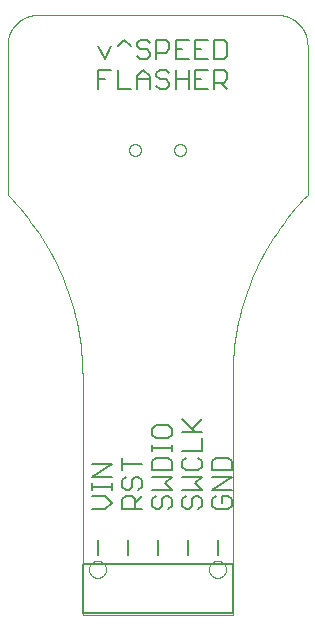
<source format=gto>
G75*
%MOIN*%
%OFA0B0*%
%FSLAX25Y25*%
%IPPOS*%
%LPD*%
%AMOC8*
5,1,8,0,0,1.08239X$1,22.5*
%
%ADD10C,0.00000*%
%ADD11C,0.00600*%
%ADD12C,0.00500*%
D10*
X0026000Y0001000D02*
X0026000Y0080645D01*
X0025976Y0082676D01*
X0025903Y0084706D01*
X0025783Y0086734D01*
X0025614Y0088759D01*
X0025396Y0090778D01*
X0025131Y0092792D01*
X0024818Y0094799D01*
X0024458Y0096799D01*
X0024049Y0098789D01*
X0023594Y0100768D01*
X0023092Y0102736D01*
X0022543Y0104692D01*
X0021947Y0106634D01*
X0021306Y0108562D01*
X0020618Y0110474D01*
X0019886Y0112368D01*
X0019108Y0114245D01*
X0018287Y0116103D01*
X0017421Y0117940D01*
X0016512Y0119757D01*
X0015559Y0121551D01*
X0014565Y0123322D01*
X0013528Y0125070D01*
X0012450Y0126791D01*
X0011332Y0128487D01*
X0010173Y0130156D01*
X0008975Y0131796D01*
X0007739Y0133408D01*
X0006464Y0134990D01*
X0005152Y0136541D01*
X0003804Y0138060D01*
X0002419Y0139547D01*
X0001000Y0141000D01*
X0001000Y0191000D01*
X0001003Y0191242D01*
X0001012Y0191483D01*
X0001026Y0191724D01*
X0001047Y0191965D01*
X0001073Y0192205D01*
X0001105Y0192445D01*
X0001143Y0192684D01*
X0001186Y0192921D01*
X0001236Y0193158D01*
X0001291Y0193393D01*
X0001351Y0193627D01*
X0001418Y0193859D01*
X0001489Y0194090D01*
X0001567Y0194319D01*
X0001650Y0194546D01*
X0001738Y0194771D01*
X0001832Y0194994D01*
X0001931Y0195214D01*
X0002036Y0195432D01*
X0002145Y0195647D01*
X0002260Y0195860D01*
X0002380Y0196070D01*
X0002505Y0196276D01*
X0002635Y0196480D01*
X0002770Y0196681D01*
X0002910Y0196878D01*
X0003054Y0197072D01*
X0003203Y0197262D01*
X0003357Y0197448D01*
X0003515Y0197631D01*
X0003677Y0197810D01*
X0003844Y0197985D01*
X0004015Y0198156D01*
X0004190Y0198323D01*
X0004369Y0198485D01*
X0004552Y0198643D01*
X0004738Y0198797D01*
X0004928Y0198946D01*
X0005122Y0199090D01*
X0005319Y0199230D01*
X0005520Y0199365D01*
X0005724Y0199495D01*
X0005930Y0199620D01*
X0006140Y0199740D01*
X0006353Y0199855D01*
X0006568Y0199964D01*
X0006786Y0200069D01*
X0007006Y0200168D01*
X0007229Y0200262D01*
X0007454Y0200350D01*
X0007681Y0200433D01*
X0007910Y0200511D01*
X0008141Y0200582D01*
X0008373Y0200649D01*
X0008607Y0200709D01*
X0008842Y0200764D01*
X0009079Y0200814D01*
X0009316Y0200857D01*
X0009555Y0200895D01*
X0009795Y0200927D01*
X0010035Y0200953D01*
X0010276Y0200974D01*
X0010517Y0200988D01*
X0010758Y0200997D01*
X0011000Y0201000D01*
X0091000Y0201000D01*
X0091242Y0200997D01*
X0091483Y0200988D01*
X0091724Y0200974D01*
X0091965Y0200953D01*
X0092205Y0200927D01*
X0092445Y0200895D01*
X0092684Y0200857D01*
X0092921Y0200814D01*
X0093158Y0200764D01*
X0093393Y0200709D01*
X0093627Y0200649D01*
X0093859Y0200582D01*
X0094090Y0200511D01*
X0094319Y0200433D01*
X0094546Y0200350D01*
X0094771Y0200262D01*
X0094994Y0200168D01*
X0095214Y0200069D01*
X0095432Y0199964D01*
X0095647Y0199855D01*
X0095860Y0199740D01*
X0096070Y0199620D01*
X0096276Y0199495D01*
X0096480Y0199365D01*
X0096681Y0199230D01*
X0096878Y0199090D01*
X0097072Y0198946D01*
X0097262Y0198797D01*
X0097448Y0198643D01*
X0097631Y0198485D01*
X0097810Y0198323D01*
X0097985Y0198156D01*
X0098156Y0197985D01*
X0098323Y0197810D01*
X0098485Y0197631D01*
X0098643Y0197448D01*
X0098797Y0197262D01*
X0098946Y0197072D01*
X0099090Y0196878D01*
X0099230Y0196681D01*
X0099365Y0196480D01*
X0099495Y0196276D01*
X0099620Y0196070D01*
X0099740Y0195860D01*
X0099855Y0195647D01*
X0099964Y0195432D01*
X0100069Y0195214D01*
X0100168Y0194994D01*
X0100262Y0194771D01*
X0100350Y0194546D01*
X0100433Y0194319D01*
X0100511Y0194090D01*
X0100582Y0193859D01*
X0100649Y0193627D01*
X0100709Y0193393D01*
X0100764Y0193158D01*
X0100814Y0192921D01*
X0100857Y0192684D01*
X0100895Y0192445D01*
X0100927Y0192205D01*
X0100953Y0191965D01*
X0100974Y0191724D01*
X0100988Y0191483D01*
X0100997Y0191242D01*
X0101000Y0191000D01*
X0101000Y0141000D01*
X0076000Y0080645D02*
X0076000Y0001000D01*
X0026000Y0001000D01*
X0028146Y0016197D02*
X0028148Y0016304D01*
X0028154Y0016410D01*
X0028164Y0016517D01*
X0028178Y0016622D01*
X0028196Y0016728D01*
X0028218Y0016832D01*
X0028243Y0016936D01*
X0028273Y0017038D01*
X0028306Y0017140D01*
X0028343Y0017240D01*
X0028384Y0017338D01*
X0028429Y0017435D01*
X0028477Y0017531D01*
X0028528Y0017624D01*
X0028583Y0017715D01*
X0028642Y0017805D01*
X0028704Y0017892D01*
X0028769Y0017976D01*
X0028837Y0018059D01*
X0028908Y0018138D01*
X0028982Y0018215D01*
X0029059Y0018289D01*
X0029138Y0018360D01*
X0029221Y0018428D01*
X0029305Y0018493D01*
X0029392Y0018555D01*
X0029482Y0018614D01*
X0029573Y0018669D01*
X0029666Y0018720D01*
X0029762Y0018768D01*
X0029859Y0018813D01*
X0029957Y0018854D01*
X0030057Y0018891D01*
X0030159Y0018924D01*
X0030261Y0018954D01*
X0030365Y0018979D01*
X0030469Y0019001D01*
X0030575Y0019019D01*
X0030680Y0019033D01*
X0030787Y0019043D01*
X0030893Y0019049D01*
X0031000Y0019051D01*
X0031107Y0019049D01*
X0031213Y0019043D01*
X0031320Y0019033D01*
X0031425Y0019019D01*
X0031531Y0019001D01*
X0031635Y0018979D01*
X0031739Y0018954D01*
X0031841Y0018924D01*
X0031943Y0018891D01*
X0032043Y0018854D01*
X0032141Y0018813D01*
X0032238Y0018768D01*
X0032334Y0018720D01*
X0032427Y0018669D01*
X0032518Y0018614D01*
X0032608Y0018555D01*
X0032695Y0018493D01*
X0032779Y0018428D01*
X0032862Y0018360D01*
X0032941Y0018289D01*
X0033018Y0018215D01*
X0033092Y0018138D01*
X0033163Y0018059D01*
X0033231Y0017976D01*
X0033296Y0017892D01*
X0033358Y0017805D01*
X0033417Y0017715D01*
X0033472Y0017624D01*
X0033523Y0017531D01*
X0033571Y0017435D01*
X0033616Y0017338D01*
X0033657Y0017240D01*
X0033694Y0017140D01*
X0033727Y0017038D01*
X0033757Y0016936D01*
X0033782Y0016832D01*
X0033804Y0016728D01*
X0033822Y0016622D01*
X0033836Y0016517D01*
X0033846Y0016410D01*
X0033852Y0016304D01*
X0033854Y0016197D01*
X0033852Y0016090D01*
X0033846Y0015984D01*
X0033836Y0015877D01*
X0033822Y0015772D01*
X0033804Y0015666D01*
X0033782Y0015562D01*
X0033757Y0015458D01*
X0033727Y0015356D01*
X0033694Y0015254D01*
X0033657Y0015154D01*
X0033616Y0015056D01*
X0033571Y0014959D01*
X0033523Y0014863D01*
X0033472Y0014770D01*
X0033417Y0014679D01*
X0033358Y0014589D01*
X0033296Y0014502D01*
X0033231Y0014418D01*
X0033163Y0014335D01*
X0033092Y0014256D01*
X0033018Y0014179D01*
X0032941Y0014105D01*
X0032862Y0014034D01*
X0032779Y0013966D01*
X0032695Y0013901D01*
X0032608Y0013839D01*
X0032518Y0013780D01*
X0032427Y0013725D01*
X0032334Y0013674D01*
X0032238Y0013626D01*
X0032141Y0013581D01*
X0032043Y0013540D01*
X0031943Y0013503D01*
X0031841Y0013470D01*
X0031739Y0013440D01*
X0031635Y0013415D01*
X0031531Y0013393D01*
X0031425Y0013375D01*
X0031320Y0013361D01*
X0031213Y0013351D01*
X0031107Y0013345D01*
X0031000Y0013343D01*
X0030893Y0013345D01*
X0030787Y0013351D01*
X0030680Y0013361D01*
X0030575Y0013375D01*
X0030469Y0013393D01*
X0030365Y0013415D01*
X0030261Y0013440D01*
X0030159Y0013470D01*
X0030057Y0013503D01*
X0029957Y0013540D01*
X0029859Y0013581D01*
X0029762Y0013626D01*
X0029666Y0013674D01*
X0029573Y0013725D01*
X0029482Y0013780D01*
X0029392Y0013839D01*
X0029305Y0013901D01*
X0029221Y0013966D01*
X0029138Y0014034D01*
X0029059Y0014105D01*
X0028982Y0014179D01*
X0028908Y0014256D01*
X0028837Y0014335D01*
X0028769Y0014418D01*
X0028704Y0014502D01*
X0028642Y0014589D01*
X0028583Y0014679D01*
X0028528Y0014770D01*
X0028477Y0014863D01*
X0028429Y0014959D01*
X0028384Y0015056D01*
X0028343Y0015154D01*
X0028306Y0015254D01*
X0028273Y0015356D01*
X0028243Y0015458D01*
X0028218Y0015562D01*
X0028196Y0015666D01*
X0028178Y0015772D01*
X0028164Y0015877D01*
X0028154Y0015984D01*
X0028148Y0016090D01*
X0028146Y0016197D01*
X0068146Y0016197D02*
X0068148Y0016304D01*
X0068154Y0016410D01*
X0068164Y0016517D01*
X0068178Y0016622D01*
X0068196Y0016728D01*
X0068218Y0016832D01*
X0068243Y0016936D01*
X0068273Y0017038D01*
X0068306Y0017140D01*
X0068343Y0017240D01*
X0068384Y0017338D01*
X0068429Y0017435D01*
X0068477Y0017531D01*
X0068528Y0017624D01*
X0068583Y0017715D01*
X0068642Y0017805D01*
X0068704Y0017892D01*
X0068769Y0017976D01*
X0068837Y0018059D01*
X0068908Y0018138D01*
X0068982Y0018215D01*
X0069059Y0018289D01*
X0069138Y0018360D01*
X0069221Y0018428D01*
X0069305Y0018493D01*
X0069392Y0018555D01*
X0069482Y0018614D01*
X0069573Y0018669D01*
X0069666Y0018720D01*
X0069762Y0018768D01*
X0069859Y0018813D01*
X0069957Y0018854D01*
X0070057Y0018891D01*
X0070159Y0018924D01*
X0070261Y0018954D01*
X0070365Y0018979D01*
X0070469Y0019001D01*
X0070575Y0019019D01*
X0070680Y0019033D01*
X0070787Y0019043D01*
X0070893Y0019049D01*
X0071000Y0019051D01*
X0071107Y0019049D01*
X0071213Y0019043D01*
X0071320Y0019033D01*
X0071425Y0019019D01*
X0071531Y0019001D01*
X0071635Y0018979D01*
X0071739Y0018954D01*
X0071841Y0018924D01*
X0071943Y0018891D01*
X0072043Y0018854D01*
X0072141Y0018813D01*
X0072238Y0018768D01*
X0072334Y0018720D01*
X0072427Y0018669D01*
X0072518Y0018614D01*
X0072608Y0018555D01*
X0072695Y0018493D01*
X0072779Y0018428D01*
X0072862Y0018360D01*
X0072941Y0018289D01*
X0073018Y0018215D01*
X0073092Y0018138D01*
X0073163Y0018059D01*
X0073231Y0017976D01*
X0073296Y0017892D01*
X0073358Y0017805D01*
X0073417Y0017715D01*
X0073472Y0017624D01*
X0073523Y0017531D01*
X0073571Y0017435D01*
X0073616Y0017338D01*
X0073657Y0017240D01*
X0073694Y0017140D01*
X0073727Y0017038D01*
X0073757Y0016936D01*
X0073782Y0016832D01*
X0073804Y0016728D01*
X0073822Y0016622D01*
X0073836Y0016517D01*
X0073846Y0016410D01*
X0073852Y0016304D01*
X0073854Y0016197D01*
X0073852Y0016090D01*
X0073846Y0015984D01*
X0073836Y0015877D01*
X0073822Y0015772D01*
X0073804Y0015666D01*
X0073782Y0015562D01*
X0073757Y0015458D01*
X0073727Y0015356D01*
X0073694Y0015254D01*
X0073657Y0015154D01*
X0073616Y0015056D01*
X0073571Y0014959D01*
X0073523Y0014863D01*
X0073472Y0014770D01*
X0073417Y0014679D01*
X0073358Y0014589D01*
X0073296Y0014502D01*
X0073231Y0014418D01*
X0073163Y0014335D01*
X0073092Y0014256D01*
X0073018Y0014179D01*
X0072941Y0014105D01*
X0072862Y0014034D01*
X0072779Y0013966D01*
X0072695Y0013901D01*
X0072608Y0013839D01*
X0072518Y0013780D01*
X0072427Y0013725D01*
X0072334Y0013674D01*
X0072238Y0013626D01*
X0072141Y0013581D01*
X0072043Y0013540D01*
X0071943Y0013503D01*
X0071841Y0013470D01*
X0071739Y0013440D01*
X0071635Y0013415D01*
X0071531Y0013393D01*
X0071425Y0013375D01*
X0071320Y0013361D01*
X0071213Y0013351D01*
X0071107Y0013345D01*
X0071000Y0013343D01*
X0070893Y0013345D01*
X0070787Y0013351D01*
X0070680Y0013361D01*
X0070575Y0013375D01*
X0070469Y0013393D01*
X0070365Y0013415D01*
X0070261Y0013440D01*
X0070159Y0013470D01*
X0070057Y0013503D01*
X0069957Y0013540D01*
X0069859Y0013581D01*
X0069762Y0013626D01*
X0069666Y0013674D01*
X0069573Y0013725D01*
X0069482Y0013780D01*
X0069392Y0013839D01*
X0069305Y0013901D01*
X0069221Y0013966D01*
X0069138Y0014034D01*
X0069059Y0014105D01*
X0068982Y0014179D01*
X0068908Y0014256D01*
X0068837Y0014335D01*
X0068769Y0014418D01*
X0068704Y0014502D01*
X0068642Y0014589D01*
X0068583Y0014679D01*
X0068528Y0014770D01*
X0068477Y0014863D01*
X0068429Y0014959D01*
X0068384Y0015056D01*
X0068343Y0015154D01*
X0068306Y0015254D01*
X0068273Y0015356D01*
X0068243Y0015458D01*
X0068218Y0015562D01*
X0068196Y0015666D01*
X0068178Y0015772D01*
X0068164Y0015877D01*
X0068154Y0015984D01*
X0068148Y0016090D01*
X0068146Y0016197D01*
X0076000Y0080645D02*
X0076024Y0082676D01*
X0076097Y0084706D01*
X0076217Y0086734D01*
X0076386Y0088759D01*
X0076604Y0090778D01*
X0076869Y0092792D01*
X0077182Y0094799D01*
X0077542Y0096799D01*
X0077951Y0098789D01*
X0078406Y0100768D01*
X0078908Y0102736D01*
X0079457Y0104692D01*
X0080053Y0106634D01*
X0080694Y0108562D01*
X0081382Y0110474D01*
X0082114Y0112368D01*
X0082892Y0114245D01*
X0083713Y0116103D01*
X0084579Y0117940D01*
X0085488Y0119757D01*
X0086441Y0121551D01*
X0087435Y0123322D01*
X0088472Y0125070D01*
X0089550Y0126791D01*
X0090668Y0128487D01*
X0091827Y0130156D01*
X0093025Y0131796D01*
X0094261Y0133408D01*
X0095536Y0134990D01*
X0096848Y0136541D01*
X0098196Y0138060D01*
X0099581Y0139547D01*
X0101000Y0141000D01*
X0056531Y0156000D02*
X0056533Y0156088D01*
X0056539Y0156176D01*
X0056549Y0156264D01*
X0056563Y0156352D01*
X0056580Y0156438D01*
X0056602Y0156524D01*
X0056627Y0156608D01*
X0056657Y0156692D01*
X0056689Y0156774D01*
X0056726Y0156854D01*
X0056766Y0156933D01*
X0056810Y0157010D01*
X0056857Y0157085D01*
X0056907Y0157157D01*
X0056961Y0157228D01*
X0057017Y0157295D01*
X0057077Y0157361D01*
X0057139Y0157423D01*
X0057205Y0157483D01*
X0057272Y0157539D01*
X0057343Y0157593D01*
X0057415Y0157643D01*
X0057490Y0157690D01*
X0057567Y0157734D01*
X0057646Y0157774D01*
X0057726Y0157811D01*
X0057808Y0157843D01*
X0057892Y0157873D01*
X0057976Y0157898D01*
X0058062Y0157920D01*
X0058148Y0157937D01*
X0058236Y0157951D01*
X0058324Y0157961D01*
X0058412Y0157967D01*
X0058500Y0157969D01*
X0058588Y0157967D01*
X0058676Y0157961D01*
X0058764Y0157951D01*
X0058852Y0157937D01*
X0058938Y0157920D01*
X0059024Y0157898D01*
X0059108Y0157873D01*
X0059192Y0157843D01*
X0059274Y0157811D01*
X0059354Y0157774D01*
X0059433Y0157734D01*
X0059510Y0157690D01*
X0059585Y0157643D01*
X0059657Y0157593D01*
X0059728Y0157539D01*
X0059795Y0157483D01*
X0059861Y0157423D01*
X0059923Y0157361D01*
X0059983Y0157295D01*
X0060039Y0157228D01*
X0060093Y0157157D01*
X0060143Y0157085D01*
X0060190Y0157010D01*
X0060234Y0156933D01*
X0060274Y0156854D01*
X0060311Y0156774D01*
X0060343Y0156692D01*
X0060373Y0156608D01*
X0060398Y0156524D01*
X0060420Y0156438D01*
X0060437Y0156352D01*
X0060451Y0156264D01*
X0060461Y0156176D01*
X0060467Y0156088D01*
X0060469Y0156000D01*
X0060467Y0155912D01*
X0060461Y0155824D01*
X0060451Y0155736D01*
X0060437Y0155648D01*
X0060420Y0155562D01*
X0060398Y0155476D01*
X0060373Y0155392D01*
X0060343Y0155308D01*
X0060311Y0155226D01*
X0060274Y0155146D01*
X0060234Y0155067D01*
X0060190Y0154990D01*
X0060143Y0154915D01*
X0060093Y0154843D01*
X0060039Y0154772D01*
X0059983Y0154705D01*
X0059923Y0154639D01*
X0059861Y0154577D01*
X0059795Y0154517D01*
X0059728Y0154461D01*
X0059657Y0154407D01*
X0059585Y0154357D01*
X0059510Y0154310D01*
X0059433Y0154266D01*
X0059354Y0154226D01*
X0059274Y0154189D01*
X0059192Y0154157D01*
X0059108Y0154127D01*
X0059024Y0154102D01*
X0058938Y0154080D01*
X0058852Y0154063D01*
X0058764Y0154049D01*
X0058676Y0154039D01*
X0058588Y0154033D01*
X0058500Y0154031D01*
X0058412Y0154033D01*
X0058324Y0154039D01*
X0058236Y0154049D01*
X0058148Y0154063D01*
X0058062Y0154080D01*
X0057976Y0154102D01*
X0057892Y0154127D01*
X0057808Y0154157D01*
X0057726Y0154189D01*
X0057646Y0154226D01*
X0057567Y0154266D01*
X0057490Y0154310D01*
X0057415Y0154357D01*
X0057343Y0154407D01*
X0057272Y0154461D01*
X0057205Y0154517D01*
X0057139Y0154577D01*
X0057077Y0154639D01*
X0057017Y0154705D01*
X0056961Y0154772D01*
X0056907Y0154843D01*
X0056857Y0154915D01*
X0056810Y0154990D01*
X0056766Y0155067D01*
X0056726Y0155146D01*
X0056689Y0155226D01*
X0056657Y0155308D01*
X0056627Y0155392D01*
X0056602Y0155476D01*
X0056580Y0155562D01*
X0056563Y0155648D01*
X0056549Y0155736D01*
X0056539Y0155824D01*
X0056533Y0155912D01*
X0056531Y0156000D01*
X0041531Y0156000D02*
X0041533Y0156088D01*
X0041539Y0156176D01*
X0041549Y0156264D01*
X0041563Y0156352D01*
X0041580Y0156438D01*
X0041602Y0156524D01*
X0041627Y0156608D01*
X0041657Y0156692D01*
X0041689Y0156774D01*
X0041726Y0156854D01*
X0041766Y0156933D01*
X0041810Y0157010D01*
X0041857Y0157085D01*
X0041907Y0157157D01*
X0041961Y0157228D01*
X0042017Y0157295D01*
X0042077Y0157361D01*
X0042139Y0157423D01*
X0042205Y0157483D01*
X0042272Y0157539D01*
X0042343Y0157593D01*
X0042415Y0157643D01*
X0042490Y0157690D01*
X0042567Y0157734D01*
X0042646Y0157774D01*
X0042726Y0157811D01*
X0042808Y0157843D01*
X0042892Y0157873D01*
X0042976Y0157898D01*
X0043062Y0157920D01*
X0043148Y0157937D01*
X0043236Y0157951D01*
X0043324Y0157961D01*
X0043412Y0157967D01*
X0043500Y0157969D01*
X0043588Y0157967D01*
X0043676Y0157961D01*
X0043764Y0157951D01*
X0043852Y0157937D01*
X0043938Y0157920D01*
X0044024Y0157898D01*
X0044108Y0157873D01*
X0044192Y0157843D01*
X0044274Y0157811D01*
X0044354Y0157774D01*
X0044433Y0157734D01*
X0044510Y0157690D01*
X0044585Y0157643D01*
X0044657Y0157593D01*
X0044728Y0157539D01*
X0044795Y0157483D01*
X0044861Y0157423D01*
X0044923Y0157361D01*
X0044983Y0157295D01*
X0045039Y0157228D01*
X0045093Y0157157D01*
X0045143Y0157085D01*
X0045190Y0157010D01*
X0045234Y0156933D01*
X0045274Y0156854D01*
X0045311Y0156774D01*
X0045343Y0156692D01*
X0045373Y0156608D01*
X0045398Y0156524D01*
X0045420Y0156438D01*
X0045437Y0156352D01*
X0045451Y0156264D01*
X0045461Y0156176D01*
X0045467Y0156088D01*
X0045469Y0156000D01*
X0045467Y0155912D01*
X0045461Y0155824D01*
X0045451Y0155736D01*
X0045437Y0155648D01*
X0045420Y0155562D01*
X0045398Y0155476D01*
X0045373Y0155392D01*
X0045343Y0155308D01*
X0045311Y0155226D01*
X0045274Y0155146D01*
X0045234Y0155067D01*
X0045190Y0154990D01*
X0045143Y0154915D01*
X0045093Y0154843D01*
X0045039Y0154772D01*
X0044983Y0154705D01*
X0044923Y0154639D01*
X0044861Y0154577D01*
X0044795Y0154517D01*
X0044728Y0154461D01*
X0044657Y0154407D01*
X0044585Y0154357D01*
X0044510Y0154310D01*
X0044433Y0154266D01*
X0044354Y0154226D01*
X0044274Y0154189D01*
X0044192Y0154157D01*
X0044108Y0154127D01*
X0044024Y0154102D01*
X0043938Y0154080D01*
X0043852Y0154063D01*
X0043764Y0154049D01*
X0043676Y0154039D01*
X0043588Y0154033D01*
X0043500Y0154031D01*
X0043412Y0154033D01*
X0043324Y0154039D01*
X0043236Y0154049D01*
X0043148Y0154063D01*
X0043062Y0154080D01*
X0042976Y0154102D01*
X0042892Y0154127D01*
X0042808Y0154157D01*
X0042726Y0154189D01*
X0042646Y0154226D01*
X0042567Y0154266D01*
X0042490Y0154310D01*
X0042415Y0154357D01*
X0042343Y0154407D01*
X0042272Y0154461D01*
X0042205Y0154517D01*
X0042139Y0154577D01*
X0042077Y0154639D01*
X0042017Y0154705D01*
X0041961Y0154772D01*
X0041907Y0154843D01*
X0041857Y0154915D01*
X0041810Y0154990D01*
X0041766Y0155067D01*
X0041726Y0155146D01*
X0041689Y0155226D01*
X0041657Y0155308D01*
X0041627Y0155392D01*
X0041602Y0155476D01*
X0041580Y0155562D01*
X0041563Y0155648D01*
X0041549Y0155736D01*
X0041539Y0155824D01*
X0041533Y0155912D01*
X0041531Y0156000D01*
D11*
X0042016Y0176300D02*
X0037745Y0176300D01*
X0037745Y0182705D01*
X0035570Y0182705D02*
X0031300Y0182705D01*
X0031300Y0176300D01*
X0031300Y0179503D02*
X0033435Y0179503D01*
X0033435Y0186300D02*
X0035570Y0190570D01*
X0031300Y0190570D02*
X0033435Y0186300D01*
X0037745Y0190570D02*
X0039881Y0192705D01*
X0042016Y0190570D01*
X0044191Y0190570D02*
X0045259Y0189503D01*
X0047394Y0189503D01*
X0048461Y0188435D01*
X0048461Y0187368D01*
X0047394Y0186300D01*
X0045259Y0186300D01*
X0044191Y0187368D01*
X0044191Y0190570D02*
X0044191Y0191638D01*
X0045259Y0192705D01*
X0047394Y0192705D01*
X0048461Y0191638D01*
X0050636Y0192705D02*
X0050636Y0186300D01*
X0050636Y0188435D02*
X0053839Y0188435D01*
X0054907Y0189503D01*
X0054907Y0191638D01*
X0053839Y0192705D01*
X0050636Y0192705D01*
X0051704Y0182705D02*
X0050636Y0181638D01*
X0050636Y0180570D01*
X0051704Y0179503D01*
X0053839Y0179503D01*
X0054907Y0178435D01*
X0054907Y0177368D01*
X0053839Y0176300D01*
X0051704Y0176300D01*
X0050636Y0177368D01*
X0048461Y0176300D02*
X0048461Y0180570D01*
X0046326Y0182705D01*
X0044191Y0180570D01*
X0044191Y0176300D01*
X0044191Y0179503D02*
X0048461Y0179503D01*
X0051704Y0182705D02*
X0053839Y0182705D01*
X0054907Y0181638D01*
X0057082Y0182705D02*
X0057082Y0176300D01*
X0057082Y0179503D02*
X0061352Y0179503D01*
X0061352Y0182705D02*
X0061352Y0176300D01*
X0063527Y0176300D02*
X0067798Y0176300D01*
X0069973Y0176300D02*
X0069973Y0182705D01*
X0073176Y0182705D01*
X0074243Y0181638D01*
X0074243Y0179503D01*
X0073176Y0178435D01*
X0069973Y0178435D01*
X0072108Y0178435D02*
X0074243Y0176300D01*
X0073176Y0186300D02*
X0069973Y0186300D01*
X0069973Y0192705D01*
X0073176Y0192705D01*
X0074243Y0191638D01*
X0074243Y0187368D01*
X0073176Y0186300D01*
X0067798Y0186300D02*
X0063527Y0186300D01*
X0063527Y0192705D01*
X0067798Y0192705D01*
X0065663Y0189503D02*
X0063527Y0189503D01*
X0061352Y0192705D02*
X0057082Y0192705D01*
X0057082Y0186300D01*
X0061352Y0186300D01*
X0059217Y0189503D02*
X0057082Y0189503D01*
X0063527Y0182705D02*
X0063527Y0176300D01*
X0063527Y0179503D02*
X0065663Y0179503D01*
X0067798Y0182705D02*
X0063527Y0182705D01*
X0065700Y0066352D02*
X0062497Y0063150D01*
X0063565Y0062082D02*
X0059295Y0066352D01*
X0059295Y0062082D02*
X0065700Y0062082D01*
X0065700Y0059907D02*
X0065700Y0055636D01*
X0059295Y0055636D01*
X0060362Y0053461D02*
X0059295Y0052394D01*
X0059295Y0050259D01*
X0060362Y0049191D01*
X0064632Y0049191D01*
X0065700Y0050259D01*
X0065700Y0052394D01*
X0064632Y0053461D01*
X0065700Y0047016D02*
X0059295Y0047016D01*
X0059295Y0042745D02*
X0065700Y0042745D01*
X0063565Y0044881D01*
X0065700Y0047016D01*
X0069295Y0047016D02*
X0075700Y0047016D01*
X0069295Y0042745D01*
X0075700Y0042745D01*
X0074632Y0040570D02*
X0072497Y0040570D01*
X0072497Y0038435D01*
X0070362Y0036300D02*
X0074632Y0036300D01*
X0075700Y0037368D01*
X0075700Y0039503D01*
X0074632Y0040570D01*
X0075700Y0049191D02*
X0075700Y0052394D01*
X0074632Y0053461D01*
X0070362Y0053461D01*
X0069295Y0052394D01*
X0069295Y0049191D01*
X0075700Y0049191D01*
X0070362Y0040570D02*
X0069295Y0039503D01*
X0069295Y0037368D01*
X0070362Y0036300D01*
X0065700Y0037368D02*
X0064632Y0036300D01*
X0065700Y0037368D02*
X0065700Y0039503D01*
X0064632Y0040570D01*
X0063565Y0040570D01*
X0062497Y0039503D01*
X0062497Y0037368D01*
X0061430Y0036300D01*
X0060362Y0036300D01*
X0059295Y0037368D01*
X0059295Y0039503D01*
X0060362Y0040570D01*
X0055700Y0039503D02*
X0055700Y0037368D01*
X0054632Y0036300D01*
X0052497Y0037368D02*
X0052497Y0039503D01*
X0053565Y0040570D01*
X0054632Y0040570D01*
X0055700Y0039503D01*
X0055700Y0042745D02*
X0053565Y0044881D01*
X0055700Y0047016D01*
X0049295Y0047016D01*
X0049295Y0049191D02*
X0049295Y0052394D01*
X0050362Y0053461D01*
X0054632Y0053461D01*
X0055700Y0052394D01*
X0055700Y0049191D01*
X0049295Y0049191D01*
X0049295Y0042745D02*
X0055700Y0042745D01*
X0052497Y0037368D02*
X0051430Y0036300D01*
X0050362Y0036300D01*
X0049295Y0037368D01*
X0049295Y0039503D01*
X0050362Y0040570D01*
X0045700Y0040570D02*
X0043565Y0038435D01*
X0043565Y0039503D02*
X0043565Y0036300D01*
X0045700Y0036300D02*
X0039295Y0036300D01*
X0039295Y0039503D01*
X0040362Y0040570D01*
X0042497Y0040570D01*
X0043565Y0039503D01*
X0044632Y0042745D02*
X0045700Y0043813D01*
X0045700Y0045948D01*
X0044632Y0047016D01*
X0043565Y0047016D01*
X0042497Y0045948D01*
X0042497Y0043813D01*
X0041430Y0042745D01*
X0040362Y0042745D01*
X0039295Y0043813D01*
X0039295Y0045948D01*
X0040362Y0047016D01*
X0039295Y0049191D02*
X0039295Y0053461D01*
X0039295Y0051326D02*
X0045700Y0051326D01*
X0049295Y0055636D02*
X0049295Y0057772D01*
X0049295Y0056704D02*
X0055700Y0056704D01*
X0055700Y0055636D02*
X0055700Y0057772D01*
X0054632Y0059933D02*
X0055700Y0061001D01*
X0055700Y0063136D01*
X0054632Y0064204D01*
X0050362Y0064204D01*
X0049295Y0063136D01*
X0049295Y0061001D01*
X0050362Y0059933D01*
X0054632Y0059933D01*
X0035700Y0051313D02*
X0029295Y0051313D01*
X0029295Y0047042D02*
X0035700Y0051313D01*
X0035700Y0047042D02*
X0029295Y0047042D01*
X0029295Y0044881D02*
X0029295Y0042745D01*
X0029295Y0043813D02*
X0035700Y0043813D01*
X0035700Y0042745D02*
X0035700Y0044881D01*
X0033565Y0040570D02*
X0035700Y0038435D01*
X0033565Y0036300D01*
X0029295Y0036300D01*
X0029295Y0040570D02*
X0033565Y0040570D01*
D12*
X0031000Y0026000D02*
X0031000Y0021000D01*
X0026000Y0018087D02*
X0076000Y0018087D01*
X0076000Y0001591D01*
X0026000Y0001591D01*
X0026000Y0018087D01*
X0041000Y0021000D02*
X0041000Y0026000D01*
X0051000Y0026000D02*
X0051000Y0021000D01*
X0061000Y0021000D02*
X0061000Y0026000D01*
X0071000Y0026000D02*
X0071000Y0021000D01*
M02*

</source>
